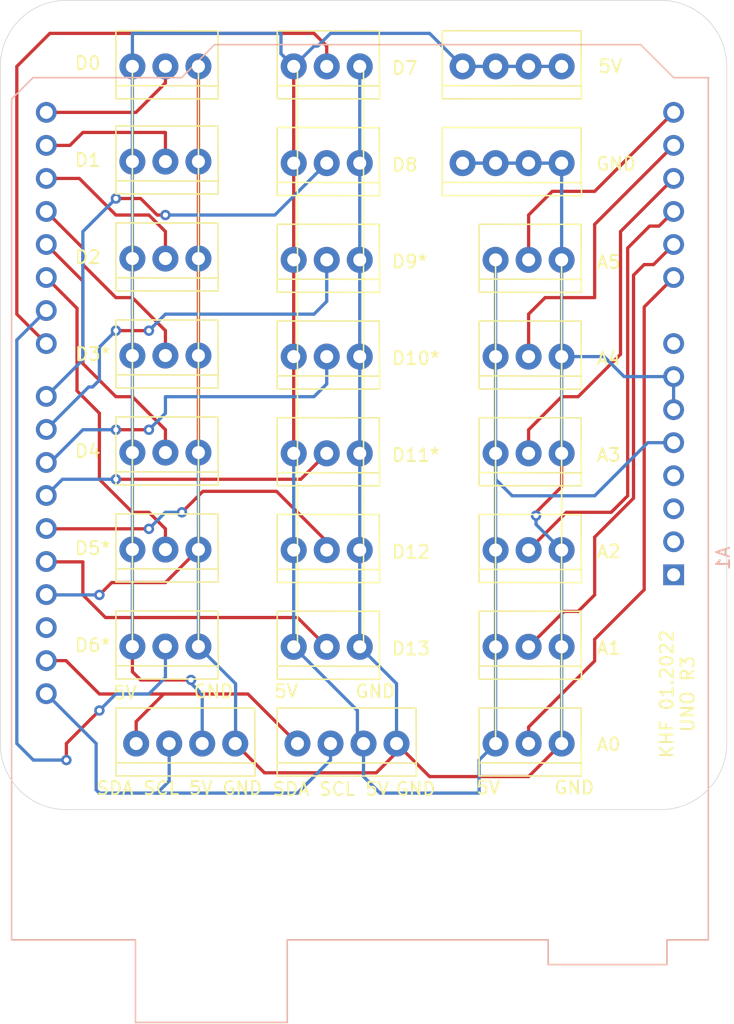
<source format=kicad_pcb>
(kicad_pcb (version 20221018) (generator pcbnew)
  (layers (0 "F.Cu" signal) (31 "B.Cu" signal) (34 "B.Paste" user) (35 "F.Paste" user) (36 "B.SilkS" user "B.Silkscreen") (37 "F.SilkS" user "F.Silkscreen") (38 "B.Mask" user) (39 "F.Mask" user) (44 "Edge.Cuts" user))
  (net 0 "")
  (net 1 "Net-(A1-Pad32)")
  (net 2 "Net-(A1-Pad31)")
  (net 3 "Net-(A1-Pad1)")
  (net 4 "Net-(A1-Pad17)")
  (net 5 "Net-(A1-Pad2)")
  (net 6 "Net-(A1-Pad18)")
  (net 7 "Net-(A1-Pad3)")
  (net 8 "Net-(A1-Pad19)")
  (net 9 "Net-(A1-Pad4)")
  (net 10 "Net-(A1-Pad20)")
  (net 11 "Net-(A1-Pad5)")
  (net 12 "Net-(A1-Pad21)")
  (net 13 "Net-(A1-Pad29)")
  (net 14 "Net-(A1-Pad22)")
  (net 15 "Net-(A1-Pad23)")
  (net 16 "Net-(A1-Pad8)")
  (net 17 "Net-(A1-Pad24)")
  (net 18 "Net-(A1-Pad9)")
  (net 19 "Net-(A1-Pad25)")
  (net 20 "Net-(A1-Pad10)")
  (net 21 "Net-(A1-Pad26)")
  (net 22 "Net-(A1-Pad11)")
  (net 23 "Net-(A1-Pad27)")
  (net 24 "Net-(A1-Pad12)")
  (net 25 "Net-(A1-Pad28)")
  (net 26 "Net-(A1-Pad13)")
  (net 27 "Net-(A1-Pad14)")
  (net 28 "Net-(A1-Pad30)")
  (net 29 "Net-(A1-Pad15)")
  (net 30 "Net-(A1-Pad16)")
  (footprint "!Goody:PL-Stecker3pol" (layer "F.Cu") (at 82.55 116.84 180)
    (fp_text reference "D0" (at 8.509 0.254) (layer "F.SilkS"))
    (fp_text value "PL-Stecker_3pol" hide)
    (pad "1" thru_hole circle (at 0 0 180) (size 2 2) (drill 1) (layers "*.Cu" "*.Mask") (net 13 "Net-(A1-Pad29)"))
    (pad "2" thru_hole circle (at 2.54 0 180) (size 2 2) (drill 1) (layers "*.Cu" "*.Mask") (net 29 "Net-(A1-Pad15)"))
    (pad "3" thru_hole circle (at 5.08 0 180) (size 2 2) (drill 1) (layers "*.Cu" "*.Mask") (net 11 "Net-(A1-Pad5)"))
  )
  (footprint "!Goody:PL-Stecker3pol" (layer "F.Cu") (at 82.55 124.157618 180)
    (fp_text reference "D1" (at 8.509 0.110368) (layer "F.SilkS"))
    (fp_text value "PL-Stecker_3pol" hide)
    (pad "1" thru_hole circle (at 0 0 180) (size 2 2) (drill 1) (layers "*.Cu" "*.Mask") (net 13 "Net-(A1-Pad29)"))
    (pad "2" thru_hole circle (at 2.54 0 180) (size 2 2) (drill 1) (layers "*.Cu" "*.Mask") (net 30 "Net-(A1-Pad16)"))
    (pad "3" thru_hole circle (at 5.08 0 180) (size 2 2) (drill 1) (layers "*.Cu" "*.Mask") (net 11 "Net-(A1-Pad5)"))
  )
  (footprint "!Goody:PL-Stecker3pol" (layer "F.Cu") (at 82.55 131.616348 180)
    (fp_text reference "D2" (at 8.509 0.107848) (layer "F.SilkS"))
    (fp_text value "PL-Stecker_3pol" hide)
    (pad "1" thru_hole circle (at 0 0 180) (size 2 2) (drill 1) (layers "*.Cu" "*.Mask") (net 13 "Net-(A1-Pad29)"))
    (pad "2" thru_hole circle (at 2.54 0 180) (size 2 2) (drill 1) (layers "*.Cu" "*.Mask") (net 4 "Net-(A1-Pad17)"))
    (pad "3" thru_hole circle (at 5.08 0 180) (size 2 2) (drill 1) (layers "*.Cu" "*.Mask") (net 11 "Net-(A1-Pad5)"))
  )
  (footprint "!Goody:PL-Stecker3pol" (layer "F.Cu") (at 82.55 139.075078 180)
    (fp_text reference "D3*" (at 8.128047 0.105328) (layer "F.SilkS"))
    (fp_text value "PL-Stecker_3pol" hide)
    (pad "1" thru_hole circle (at 0 0 180) (size 2 2) (drill 1) (layers "*.Cu" "*.Mask") (net 13 "Net-(A1-Pad29)"))
    (pad "2" thru_hole circle (at 2.54 0 180) (size 2 2) (drill 1) (layers "*.Cu" "*.Mask") (net 6 "Net-(A1-Pad18)"))
    (pad "3" thru_hole circle (at 5.08 0 180) (size 2 2) (drill 1) (layers "*.Cu" "*.Mask") (net 11 "Net-(A1-Pad5)"))
  )
  (footprint "!Goody:PL-Stecker3pol" (layer "F.Cu") (at 82.55 146.533808 180)
    (fp_text reference "D4" (at 8.509 0.102808) (layer "F.SilkS"))
    (fp_text value "PL-Stecker_3pol" hide)
    (pad "1" thru_hole circle (at 0 0 180) (size 2 2) (drill 1) (layers "*.Cu" "*.Mask") (net 13 "Net-(A1-Pad29)"))
    (pad "2" thru_hole circle (at 2.54 0 180) (size 2 2) (drill 1) (layers "*.Cu" "*.Mask") (net 8 "Net-(A1-Pad19)"))
    (pad "3" thru_hole circle (at 5.08 0 180) (size 2 2) (drill 1) (layers "*.Cu" "*.Mask") (net 11 "Net-(A1-Pad5)"))
  )
  (footprint "!Goody:PL-Stecker3pol" (layer "F.Cu") (at 82.55 153.992538 180)
    (fp_text reference "D5*" (at 8.128047 0.100288) (layer "F.SilkS"))
    (fp_text value "PL-Stecker_3pol" hide)
    (pad "1" thru_hole circle (at 0 0 180) (size 2 2) (drill 1) (layers "*.Cu" "*.Mask") (net 13 "Net-(A1-Pad29)"))
    (pad "2" thru_hole circle (at 2.54 0 180) (size 2 2) (drill 1) (layers "*.Cu" "*.Mask") (net 10 "Net-(A1-Pad20)"))
    (pad "3" thru_hole circle (at 5.08 0 180) (size 2 2) (drill 1) (layers "*.Cu" "*.Mask") (net 11 "Net-(A1-Pad5)"))
  )
  (footprint "!Goody:PL-Stecker3pol" (layer "F.Cu") (at 82.55 161.451268 180)
    (fp_text reference "D6*" (at 8.128047 0.097768) (layer "F.SilkS"))
    (fp_text value "PL-Stecker_3pol" hide)
    (pad "1" thru_hole circle (at 0 0 180) (size 2 2) (drill 1) (layers "*.Cu" "*.Mask") (net 13 "Net-(A1-Pad29)"))
    (pad "2" thru_hole circle (at 2.54 0 180) (size 2 2) (drill 1) (layers "*.Cu" "*.Mask") (net 12 "Net-(A1-Pad21)"))
    (pad "3" thru_hole circle (at 5.08 0 180) (size 2 2) (drill 1) (layers "*.Cu" "*.Mask") (net 11 "Net-(A1-Pad5)"))
  )
  (footprint "!Goody:PL-Stecker3pol" (layer "F.Cu") (at 94.96 116.84 180)
    (fp_text reference "D7" (at -3.465 -0.127) (layer "F.SilkS"))
    (fp_text value "PL-Stecker_3pol" hide)
    (pad "1" thru_hole circle (at 0 0 180) (size 2 2) (drill 1) (layers "*.Cu" "*.Mask") (net 13 "Net-(A1-Pad29)"))
    (pad "2" thru_hole circle (at 2.54 0 180) (size 2 2) (drill 1) (layers "*.Cu" "*.Mask") (net 14 "Net-(A1-Pad22)"))
    (pad "3" thru_hole circle (at 5.08 0 180) (size 2 2) (drill 1) (layers "*.Cu" "*.Mask") (net 11 "Net-(A1-Pad5)"))
  )
  (footprint "!Goody:PL-Stecker3pol" (layer "F.Cu") (at 94.96 124.278571 180)
    (fp_text reference "D8" (at -3.465 -0.128512) (layer "F.SilkS"))
    (fp_text value "PL-Stecker_3pol" hide)
    (pad "1" thru_hole circle (at 0 0 180) (size 2 2) (drill 1) (layers "*.Cu" "*.Mask") (net 13 "Net-(A1-Pad29)"))
    (pad "2" thru_hole circle (at 2.54 0 180) (size 2 2) (drill 1) (layers "*.Cu" "*.Mask") (net 15 "Net-(A1-Pad23)"))
    (pad "3" thru_hole circle (at 5.08 0 180) (size 2 2) (drill 1) (layers "*.Cu" "*.Mask") (net 11 "Net-(A1-Pad5)"))
  )
  (footprint "!Goody:PL-Stecker3pol" (layer "F.Cu") (at 94.96 131.717142 180)
    (fp_text reference "D9*" (at -3.845953 -0.130024) (layer "F.SilkS"))
    (fp_text value "PL-Stecker_3pol" hide)
    (pad "1" thru_hole circle (at 0 0 180) (size 2 2) (drill 1) (layers "*.Cu" "*.Mask") (net 13 "Net-(A1-Pad29)"))
    (pad "2" thru_hole circle (at 2.54 0 180) (size 2 2) (drill 1) (layers "*.Cu" "*.Mask") (net 17 "Net-(A1-Pad24)"))
    (pad "3" thru_hole circle (at 5.08 0 180) (size 2 2) (drill 1) (layers "*.Cu" "*.Mask") (net 11 "Net-(A1-Pad5)"))
  )
  (footprint "!Goody:PL-Stecker3pol" (layer "F.Cu") (at 94.96 139.155713 180)
    (fp_text reference "D10*" (at -4.322143 -0.131536) (layer "F.SilkS"))
    (fp_text value "PL-Stecker_3pol" hide)
    (pad "1" thru_hole circle (at 0 0 180) (size 2 2) (drill 1) (layers "*.Cu" "*.Mask") (net 13 "Net-(A1-Pad29)"))
    (pad "2" thru_hole circle (at 2.54 0 180) (size 2 2) (drill 1) (layers "*.Cu" "*.Mask") (net 19 "Net-(A1-Pad25)"))
    (pad "3" thru_hole circle (at 5.08 0 180) (size 2 2) (drill 1) (layers "*.Cu" "*.Mask") (net 11 "Net-(A1-Pad5)"))
  )
  (footprint "!Goody:PL-Stecker3pol" (layer "F.Cu") (at 94.96 146.594284 180)
    (fp_text reference "D11*" (at -4.322143 -0.133048) (layer "F.SilkS"))
    (fp_text value "PL-Stecker_3pol" hide)
    (pad "1" thru_hole circle (at 0 0 180) (size 2 2) (drill 1) (layers "*.Cu" "*.Mask") (net 13 "Net-(A1-Pad29)"))
    (pad "2" thru_hole circle (at 2.54 0 180) (size 2 2) (drill 1) (layers "*.Cu" "*.Mask") (net 21 "Net-(A1-Pad26)"))
    (pad "3" thru_hole circle (at 5.08 0 180) (size 2 2) (drill 1) (layers "*.Cu" "*.Mask") (net 11 "Net-(A1-Pad5)"))
  )
  (footprint "!Goody:PL-Stecker3pol" (layer "F.Cu") (at 94.96 154.032855 180)
    (fp_text reference "D12" (at -3.941191 -0.13456) (layer "F.SilkS"))
    (fp_text value "PL-Stecker_3pol" hide)
    (pad "1" thru_hole circle (at 0 0 180) (size 2 2) (drill 1) (layers "*.Cu" "*.Mask") (net 13 "Net-(A1-Pad29)"))
    (pad "2" thru_hole circle (at 2.54 0 180) (size 2 2) (drill 1) (layers "*.Cu" "*.Mask") (net 23 "Net-(A1-Pad27)"))
    (pad "3" thru_hole circle (at 5.08 0 180) (size 2 2) (drill 1) (layers "*.Cu" "*.Mask") (net 11 "Net-(A1-Pad5)"))
  )
  (footprint "!Goody:PL-Stecker3pol" (layer "F.Cu") (at 94.96 161.471426 180)
    (fp_text reference "D13" (at -3.941191 -0.136074) (layer "F.SilkS"))
    (fp_text value "PL-Stecker_3pol" hide)
    (pad "1" thru_hole circle (at 0 0 180) (size 2 2) (drill 1) (layers "*.Cu" "*.Mask") (net 13 "Net-(A1-Pad29)"))
    (pad "2" thru_hole circle (at 2.54 0 180) (size 2 2) (drill 1) (layers "*.Cu" "*.Mask") (net 25 "Net-(A1-Pad28)"))
    (pad "3" thru_hole circle (at 5.08 0 180) (size 2 2) (drill 1) (layers "*.Cu" "*.Mask") (net 11 "Net-(A1-Pad5)"))
  )
  (footprint "!Goody:PL-Stecker4pol" (layer "F.Cu") (at 110.49 124.278571 180)
    (fp_text reference "GND" (at -4.191 -0.054429) (layer "F.SilkS"))
    (fp_text value "PL-Stecker_4pol_Data" hide)
    (pad "1" thru_hole circle (at 0 0 180) (size 2 2) (drill 1) (layers "*.Cu" "*.Mask") (net 13 "Net-(A1-Pad29)"))
    (pad "2" thru_hole circle (at 2.54 0 180) (size 2 2) (drill 1) (layers "*.Cu" "*.Mask") (net 13 "Net-(A1-Pad29)"))
    (pad "3" thru_hole circle (at 5.08 0 180) (size 2 2) (drill 1) (layers "*.Cu" "*.Mask") (net 13 "Net-(A1-Pad29)"))
    (pad "4" thru_hole circle (at 7.62 0 180) (size 2 2) (drill 1) (layers "*.Cu" "*.Mask") (net 13 "Net-(A1-Pad29)"))
  )
  (footprint "!Goody:PL-Stecker4pol" (layer "F.Cu") (at 110.49 116.84 180)
    (fp_text reference "5V" (at -3.7465 0) (layer "F.SilkS"))
    (fp_text value "PL-Stecker_4pol_Data" hide)
    (pad "1" thru_hole circle (at 0 0 180) (size 2 2) (drill 1) (layers "*.Cu" "*.Mask") (net 11 "Net-(A1-Pad5)"))
    (pad "2" thru_hole circle (at 2.54 0 180) (size 2 2) (drill 1) (layers "*.Cu" "*.Mask") (net 11 "Net-(A1-Pad5)"))
    (pad "3" thru_hole circle (at 5.08 0 180) (size 2 2) (drill 1) (layers "*.Cu" "*.Mask") (net 11 "Net-(A1-Pad5)"))
    (pad "4" thru_hole circle (at 7.62 0 180) (size 2 2) (drill 1) (layers "*.Cu" "*.Mask") (net 11 "Net-(A1-Pad5)"))
  )
  (footprint "!Goody:PL-Stecker4pol" (layer "F.Cu") (at 85.38 168.91 180)
    (fp_text reference "SDA SCL 5V GND" (at 4.2905 -3.429) (layer "F.SilkS"))
    (fp_text value "PL-Stecker_4pol_Data" hide)
    (pad "1" thru_hole circle (at 0 0 180) (size 2 2) (drill 1) (layers "*.Cu" "*.Mask") (net 13 "Net-(A1-Pad29)"))
    (pad "2" thru_hole circle (at 2.54 0 180) (size 2 2) (drill 1) (layers "*.Cu" "*.Mask") (net 11 "Net-(A1-Pad5)"))
    (pad "3" thru_hole circle (at 5.08 0 180) (size 2 2) (drill 1) (layers "*.Cu" "*.Mask") (net 1 "Net-(A1-Pad32)"))
    (pad "4" thru_hole circle (at 7.62 0 180) (size 2 2) (drill 1) (layers "*.Cu" "*.Mask") (net 2 "Net-(A1-Pad31)"))
  )
  (footprint "!Goody:PL-Stecker3pol" (layer "F.Cu") (at 110.49 168.91 180)
    (fp_text reference "A0" (at -3.6195 -0.0635) (layer "F.SilkS"))
    (fp_text value "PL-Stecker_3pol" hide)
    (pad "1" thru_hole circle (at 0 0 180) (size 2 2) (drill 1) (layers "*.Cu" "*.Mask") (net 13 "Net-(A1-Pad29)"))
    (pad "2" thru_hole circle (at 2.54 0 180) (size 2 2) (drill 1) (layers "*.Cu" "*.Mask") (net 18 "Net-(A1-Pad9)"))
    (pad "3" thru_hole circle (at 5.08 0 180) (size 2 2) (drill 1) (layers "*.Cu" "*.Mask") (net 11 "Net-(A1-Pad5)"))
  )
  (footprint "!Goody:PL-Stecker3pol" (layer "F.Cu") (at 110.49 161.471426 180)
    (fp_text reference "A1" (at -3.6195 -0.085274) (layer "F.SilkS"))
    (fp_text value "PL-Stecker_3pol" hide)
    (pad "1" thru_hole circle (at 0 0 180) (size 2 2) (drill 1) (layers "*.Cu" "*.Mask") (net 13 "Net-(A1-Pad29)"))
    (pad "2" thru_hole circle (at 2.54 0 180) (size 2 2) (drill 1) (layers "*.Cu" "*.Mask") (net 20 "Net-(A1-Pad10)"))
    (pad "3" thru_hole circle (at 5.08 0 180) (size 2 2) (drill 1) (layers "*.Cu" "*.Mask") (net 11 "Net-(A1-Pad5)"))
  )
  (footprint "!Goody:PL-Stecker3pol" (layer "F.Cu") (at 110.49 154.032855 180)
    (fp_text reference "A2" (at -3.6195 -0.107045) (layer "F.SilkS"))
    (fp_text value "PL-Stecker_3pol" hide)
    (pad "1" thru_hole circle (at 0 0 180) (size 2 2) (drill 1) (layers "*.Cu" "*.Mask") (net 13 "Net-(A1-Pad29)"))
    (pad "2" thru_hole circle (at 2.54 0 180) (size 2 2) (drill 1) (layers "*.Cu" "*.Mask") (net 22 "Net-(A1-Pad11)"))
    (pad "3" thru_hole circle (at 5.08 0 180) (size 2 2) (drill 1) (layers "*.Cu" "*.Mask") (net 11 "Net-(A1-Pad5)"))
  )
  (footprint "!Goody:PL-Stecker3pol" (layer "F.Cu") (at 110.49 146.594284 180)
    (fp_text reference "A3" (at -3.6195 -0.128816) (layer "F.SilkS"))
    (fp_text value "PL-Stecker_3pol" hide)
    (pad "1" thru_hole circle (at 0 0 180) (size 2 2) (drill 1) (layers "*.Cu" "*.Mask") (net 13 "Net-(A1-Pad29)"))
    (pad "2" thru_hole circle (at 2.54 0 180) (size 2 2) (drill 1) (layers "*.Cu" "*.Mask") (net 24 "Net-(A1-Pad12)"))
    (pad "3" thru_hole circle (at 5.08 0 180) (size 2 2) (drill 1) (layers "*.Cu" "*.Mask") (net 11 "Net-(A1-Pad5)"))
  )
  (footprint "!Goody:PL-Stecker3pol" (layer "F.Cu") (at 110.49 139.155713 180)
    (fp_text reference "A4" (at -3.6195 -0.150587) (layer "F.SilkS"))
    (fp_text value "PL-Stecker_3pol" hide)
    (pad "1" thru_hole circle (at 0 0 180) (size 2 2) (drill 1) (layers "*.Cu" "*.Mask") (net 13 "Net-(A1-Pad29)"))
    (pad "2" thru_hole circle (at 2.54 0 180) (size 2 2) (drill 1) (layers "*.Cu" "*.Mask") (net 26 "Net-(A1-Pad13)"))
    (pad "3" thru_hole circle (at 5.08 0 180) (size 2 2) (drill 1) (layers "*.Cu" "*.Mask") (net 11 "Net-(A1-Pad5)"))
  )
  (footprint "!Goody:PL-Stecker3pol" (layer "F.Cu") (at 110.49 131.717142 180)
    (fp_text reference "A5" (at -3.6195 -0.172358) (layer "F.SilkS"))
    (fp_text value "PL-Stecker_3pol" hide)
    (pad "1" thru_hole circle (at 0 0 180) (size 2 2) (drill 1) (layers "*.Cu" "*.Mask") (net 13 "Net-(A1-Pad29)"))
    (pad "2" thru_hole circle (at 2.54 0 180) (size 2 2) (drill 1) (layers "*.Cu" "*.Mask") (net 27 "Net-(A1-Pad14)"))
    (pad "3" thru_hole circle (at 5.08 0 180) (size 2 2) (drill 1) (layers "*.Cu" "*.Mask") (net 11 "Net-(A1-Pad5)"))
  )
  (footprint "!Goody:PL-Stecker4pol" (layer "F.Cu") (at 97.79 168.91 180)
    (fp_text reference "SDA SCL" (at 6.35 -3.5) (layer "F.SilkS"))
    (fp_text value "PL-Stecker_4pol_Data" hide)
    (pad "1" thru_hole circle (at 0 0 180) (size 2 2) (drill 1) (layers "*.Cu" "*.Mask") (net 13 "Net-(A1-Pad29)"))
    (pad "2" thru_hole circle (at 2.54 0 180) (size 2 2) (drill 1) (layers "*.Cu" "*.Mask") (net 11 "Net-(A1-Pad5)"))
    (pad "3" thru_hole circle (at 5.08 0 180) (size 2 2) (drill 1) (layers "*.Cu" "*.Mask") (net 1 "Net-(A1-Pad32)"))
    (pad "4" thru_hole circle (at 7.62 0 180) (size 2 2) (drill 1) (layers "*.Cu" "*.Mask") (net 2 "Net-(A1-Pad31)"))
  )
  (footprint "Module:Arduino_UNO_R3" (layer "B.Cu") (at 119.104999 155.934999 90)
    (fp_text reference "A1" (at 1.27 3.81 90) (layer "B.SilkS") (effects (justify mirror)))
    (fp_text value "Arduino_UNO_R3")
    (pad "1" thru_hole rect (at 0 0) (size 1.6 1.6) (drill 1) (layers "*.Cu" "*.Mask") (net 3 "Net-(A1-Pad1)"))
    (pad "2" thru_hole oval (at 2.54 0) (size 1.6 1.6) (drill 1) (layers "*.Cu" "*.Mask") (net 5 "Net-(A1-Pad2)"))
    (pad "3" thru_hole oval (at 5.08 0) (size 1.6 1.6) (drill 1) (layers "*.Cu" "*.Mask") (net 7 "Net-(A1-Pad3)"))
    (pad "4" thru_hole oval (at 7.62 0) (size 1.6 1.6) (drill 1) (layers "*.Cu" "*.Mask") (net 9 "Net-(A1-Pad4)"))
    (pad "5" thru_hole oval (at 10.16 0) (size 1.6 1.6) (drill 1) (layers "*.Cu" "*.Mask") (net 11 "Net-(A1-Pad5)"))
    (pad "6" thru_hole oval (at 12.7 0) (size 1.6 1.6) (drill 1) (layers "*.Cu" "*.Mask") (net 13 "Net-(A1-Pad29)"))
    (pad "7" thru_hole oval (at 15.24 0) (size 1.6 1.6) (drill 1) (layers "*.Cu" "*.Mask") (net 13 "Net-(A1-Pad29)"))
    (pad "8" thru_hole oval (at 17.78 0) (size 1.6 1.6) (drill 1) (layers "*.Cu" "*.Mask") (net 16 "Net-(A1-Pad8)"))
    (pad "9" thru_hole oval (at 22.86 0) (size 1.6 1.6) (drill 1) (layers "*.Cu" "*.Mask") (net 18 "Net-(A1-Pad9)"))
    (pad "10" thru_hole oval (at 25.4 0) (size 1.6 1.6) (drill 1) (layers "*.Cu" "*.Mask") (net 20 "Net-(A1-Pad10)"))
    (pad "11" thru_hole oval (at 27.94 0) (size 1.6 1.6) (drill 1) (layers "*.Cu" "*.Mask") (net 22 "Net-(A1-Pad11)"))
    (pad "12" thru_hole oval (at 30.48 0) (size 1.6 1.6) (drill 1) (layers "*.Cu" "*.Mask") (net 24 "Net-(A1-Pad12)"))
    (pad "13" thru_hole oval (at 33.02 0) (size 1.6 1.6) (drill 1) (layers "*.Cu" "*.Mask") (net 26 "Net-(A1-Pad13)"))
    (pad "14" thru_hole oval (at 35.56 0) (size 1.6 1.6) (drill 1) (layers "*.Cu" "*.Mask") (net 27 "Net-(A1-Pad14)"))
    (pad "15" thru_hole oval (at 35.56 -48.26) (size 1.6 1.6) (drill 1) (layers "*.Cu" "*.Mask") (net 29 "Net-(A1-Pad15)"))
    (pad "16" thru_hole oval (at 33.02 -48.26) (size 1.6 1.6) (drill 1) (layers "*.Cu" "*.Mask") (net 30 "Net-(A1-Pad16)"))
    (pad "17" thru_hole oval (at 30.48 -48.26) (size 1.6 1.6) (drill 1) (layers "*.Cu" "*.Mask") (net 4 "Net-(A1-Pad17)"))
    (pad "18" thru_hole oval (at 27.94 -48.26) (size 1.6 1.6) (drill 1) (layers "*.Cu" "*.Mask") (net 6 "Net-(A1-Pad18)"))
    (pad "19" thru_hole oval (at 25.4 -48.26) (size 1.6 1.6) (drill 1) (layers "*.Cu" "*.Mask") (net 8 "Net-(A1-Pad19)"))
    (pad "20" thru_hole oval (at 22.86 -48.26) (size 1.6 1.6) (drill 1) (layers "*.Cu" "*.Mask") (net 10 "Net-(A1-Pad20)"))
    (pad "21" thru_hole oval (at 20.32 -48.26) (size 1.6 1.6) (drill 1) (layers "*.Cu" "*.Mask") (net 12 "Net-(A1-Pad21)"))
    (pad "22" thru_hole oval (at 17.78 -48.26) (size 1.6 1.6) (drill 1) (layers "*.Cu" "*.Mask") (net 14 "Net-(A1-Pad22)"))
    (pad "23" thru_hole oval (at 13.72 -48.26) (size 1.6 1.6) (drill 1) (layers "*.Cu" "*.Mask") (net 15 "Net-(A1-Pad23)"))
    (pad "24" thru_hole oval (at 11.18 -48.26) (size 1.6 1.6) (drill 1) (layers "*.Cu" "*.Mask") (net 17 "Net-(A1-Pad24)"))
    (pad "25" thru_hole oval (at 8.64 -48.26) (size 1.6 1.6) (drill 1) (layers "*.Cu" "*.Mask") (net 19 "Net-(A1-Pad25)"))
    (pad "26" thru_hole oval (at 6.1 -48.26) (size 1.6 1.6) (drill 1) (layers "*.Cu" "*.Mask") (net 21 "Net-(A1-Pad26)"))
    (pad "27" thru_hole oval (at 3.56 -48.26) (size 1.6 1.6) (drill 1) (layers "*.Cu" "*.Mask") (net 23 "Net-(A1-Pad27)"))
    (pad "28" thru_hole oval (at 1.02 -48.26) (size 1.6 1.6) (drill 1) (layers "*.Cu" "*.Mask") (net 25 "Net-(A1-Pad28)"))
    (pad "29" thru_hole oval (at -1.52 -48.26) (size 1.6 1.6) (drill 1) (layers "*.Cu" "*.Mask") (net 13 "Net-(A1-Pad29)"))
    (pad "30" thru_hole oval (at -4.06 -48.26) (size 1.6 1.6) (drill 1) (layers "*.Cu" "*.Mask") (net 28 "Net-(A1-Pad30)"))
    (pad "31" thru_hole oval (at -6.6 -48.26) (size 1.6 1.6) (drill 1) (layers "*.Cu" "*.Mask") (net 2 "Net-(A1-Pad31)"))
    (pad "32" thru_hole oval (at -9.14 -48.26) (size 1.6 1.6) (drill 1) (layers "*.Cu" "*.Mask") (net 1 "Net-(A1-Pad32)"))
  )
  (gr_line (start 90.17 161.29) (end 90.17 116.84) (stroke (width 0.12)) (layer "F.SilkS"))
  (gr_line (start 110.49 168.91) (end 110.49 132.08) (stroke (width 0.12)) (layer "F.SilkS"))
  (gr_line (start 95.25 161.29) (end 95.25 116.84) (stroke (width 0.12)) (layer "F.SilkS"))
  (gr_line (start 77.47 116.84) (end 77.47 161.29) (stroke (width 0.12)) (layer "F.SilkS"))
  (gr_line (start 105.41 168.91) (end 105.41 132.08) (stroke (width 0.12)) (layer "F.SilkS"))
  (gr_line (start 82.55 161.29) (end 82.55 116.84) (stroke (width 0.12)) (layer "F.SilkS"))
  (gr_line (start 67.31 168.91) (end 67.31 116.84) (stroke (width 0.05)) (layer "Edge.Cuts"))
  (gr_arc (start 72.39 173.99) (mid 68.797898 172.502102) (end 67.31 168.91) (stroke (width 0.05)) (layer "Edge.Cuts"))
  (gr_arc (start 123.19 168.91) (mid 121.702102 172.502102) (end 118.11 173.99) (stroke (width 0.05)) (layer "Edge.Cuts"))
  (gr_line (start 123.19 116.84) (end 123.19 168.91) (stroke (width 0.05)) (layer "Edge.Cuts"))
  (gr_line (start 72.39 111.76) (end 118.11 111.76) (stroke (width 0.05)) (layer "Edge.Cuts"))
  (gr_line (start 118.11 173.99) (end 72.39 173.99) (stroke (width 0.05)) (layer "Edge.Cuts"))
  (gr_arc (start 67.31 116.84) (mid 68.797898 113.247898) (end 72.39 111.76) (stroke (width 0.05)) (layer "Edge.Cuts"))
  (gr_arc (start 118.11 111.76) (mid 121.702102 113.247898) (end 123.19 116.84) (stroke (width 0.05)) (layer "Edge.Cuts"))
  (gr_text "5V" (at 96.3 172.4) (layer "F.SilkS") (effects (font (size 1 1))))
  (gr_text "GND" (at 99.26 172.4) (layer "F.SilkS") (effects (font (size 1 1))))
  (gr_text "5V" (at 104.84 172.3) (layer "F.SilkS") (effects (font (size 1 1))))
  (gr_text "GND" (at 96.16 164.9) (layer "F.SilkS") (effects (font (size 1 1))))
  (gr_text "5V" (at 89.3 164.9) (layer "F.SilkS") (effects (font (size 1 1))))
  (gr_text "KHF 01.2022\nUNO R3" (at 119.38 165.1 90) (layer "F.SilkS") (effects (font (size 1 1))))
  (gr_text "GND" (at 111.46 172.3) (layer "F.SilkS") (effects (font (size 1 1))))
  (gr_text "GND" (at 83.7 164.9) (layer "F.SilkS") (effects (font (size 1 1))))
  (gr_text "5V" (at 76.9 165) (layer "F.SilkS") (effects (font (size 1 1))))
  (segment (start 74.68 168.91) (end 74.68 172.47) (width 0.25) (layer "B.Cu") (net 1))
  (segment (start 80.3 168.91) (end 80.3 171.795) (width 0.25) (layer "B.Cu") (net 1))
  (segment (start 90.17 172.72) (end 92.71 170.18) (width 0.25) (layer "B.Cu") (net 1))
  (segment (start 70.844999 165.074999) (end 74.68 168.91) (width 0.25) (layer "B.Cu") (net 1))
  (segment (start 74.68 172.47) (end 74.93 172.72) (width 0.25) (layer "B.Cu") (net 1))
  (segment (start 74.93 172.72) (end 79.375 172.72) (width 0.25) (layer "B.Cu") (net 1))
  (segment (start 79.375 172.72) (end 90.17 172.72) (width 0.25) (layer "B.Cu") (net 1))
  (segment (start 92.71 170.18) (end 92.71 168.91) (width 0.25) (layer "B.Cu") (net 1))
  (segment (start 80.3 171.795) (end 79.375 172.72) (width 0.25) (layer "B.Cu") (net 1))
  (segment (start 79.883 165.1) (end 86.36 165.1) (width 0.25) (layer "F.Cu") (net 2))
  (segment (start 86.36 165.1) (end 90.17 168.91) (width 0.25) (layer "F.Cu") (net 2))
  (segment (start 77.76 167.223) (end 79.883 165.1) (width 0.25) (layer "F.Cu") (net 2))
  (segment (start 70.844999 162.534999) (end 72.364999 162.534999) (width 0.25) (layer "F.Cu") (net 2))
  (segment (start 77.76 168.91) (end 77.76 167.223) (width 0.25) (layer "F.Cu") (net 2))
  (segment (start 74.93 165.1) (end 79.883 165.1) (width 0.25) (layer "F.Cu") (net 2))
  (segment (start 72.364999 162.534999) (end 74.93 165.1) (width 0.25) (layer "F.Cu") (net 2))
  (segment (start 70.844999 125.454999) (end 73.384999 125.454999) (width 0.25) (layer "F.Cu") (net 4))
  (segment (start 78.74 128.27) (end 80.01 129.54) (width 0.25) (layer "F.Cu") (net 4))
  (segment (start 76.2 128.27) (end 78.74 128.27) (width 0.25) (layer "F.Cu") (net 4))
  (segment (start 73.384999 125.454999) (end 76.2 128.27) (width 0.25) (layer "F.Cu") (net 4))
  (segment (start 80.01 129.54) (end 80.01 131.616348) (width 0.25) (layer "F.Cu") (net 4))
  (segment (start 80.01 139.075078) (end 80.01 137.16) (width 0.25) (layer "F.Cu") (net 6))
  (segment (start 76.2 134.62) (end 73.66 132.08) (width 0.25) (layer "F.Cu") (net 6))
  (segment (start 80.01 137.16) (end 77.47 134.62) (width 0.25) (layer "F.Cu") (net 6))
  (segment (start 73.66 132.08) (end 73.66 130.81) (width 0.25) (layer "F.Cu") (net 6))
  (segment (start 77.47 134.62) (end 76.2 134.62) (width 0.25) (layer "F.Cu") (net 6))
  (segment (start 73.66 130.81) (end 70.844999 127.994999) (width 0.25) (layer "F.Cu") (net 6))
  (segment (start 76.2 142.24) (end 73.66 139.7) (width 0.25) (layer "F.Cu") (net 8))
  (segment (start 73.66 133.35) (end 70.844999 130.534999) (width 0.25) (layer "F.Cu") (net 8))
  (segment (start 80.01 146.533808) (end 80.01 144.78) (width 0.25) (layer "F.Cu") (net 8))
  (segment (start 73.66 139.7) (end 73.66 133.35) (width 0.25) (layer "F.Cu") (net 8))
  (segment (start 80.01 144.78) (end 77.47 142.24) (width 0.25) (layer "F.Cu") (net 8))
  (segment (start 77.47 142.24) (end 76.2 142.24) (width 0.25) (layer "F.Cu") (net 8))
  (segment (start 73.20999 135.43999) (end 73.20999 141.78999) (width 0.25) (layer "F.Cu") (net 10))
  (segment (start 74.93 148.59) (end 77.47 151.13) (width 0.25) (layer "F.Cu") (net 10))
  (segment (start 77.47 151.13) (end 78.74 151.13) (width 0.25) (layer "F.Cu") (net 10))
  (segment (start 78.74 151.13) (end 80.01 152.4) (width 0.25) (layer "F.Cu") (net 10))
  (segment (start 80.01 152.4) (end 80.01 153.992538) (width 0.25) (layer "F.Cu") (net 10))
  (segment (start 74.93 143.51) (end 74.93 148.59) (width 0.25) (layer "F.Cu") (net 10))
  (segment (start 73.20999 141.78999) (end 74.93 143.51) (width 0.25) (layer "F.Cu") (net 10))
  (segment (start 70.844999 133.074999) (end 73.20999 135.43999) (width 0.25) (layer "F.Cu") (net 10))
  (segment (start 89.88 139.155713) (end 89.88 146.594284) (width 0.25) (layer "F.Cu") (net 11))
  (segment (start 78.105 164.0205) (end 77.47 163.3855) (width 0.25) (layer "F.Cu") (net 11))
  (segment (start 89.88 116.84) (end 89.88 124.278571) (width 0.25) (layer "F.Cu") (net 11))
  (segment (start 89.88 131.717142) (end 89.88 139.155713) (width 0.25) (layer "F.Cu") (net 11))
  (segment (start 89.88 124.278571) (end 89.88 131.717142) (width 0.25) (layer "F.Cu") (net 11))
  (segment (start 77.47 163.3855) (end 77.47 161.451268) (width 0.25) (layer "F.Cu") (net 11))
  (segment (start 81.9785 164.0205) (end 78.105 164.0205) (width 0.25) (layer "F.Cu") (net 11))
  (via (at 81.9785 164.0205) (size 0.8) (drill 0.4) (layers "F.Cu" "B.Cu") (net 11))
  (segment (start 82.84 165.136) (end 81.9785 164.2745) (width 0.25) (layer "B.Cu") (net 11))
  (segment (start 96.52 172.72) (end 104.14 172.72) (width 0.25) (layer "B.Cu") (net 11))
  (segment (start 117.115001 145.774999) (end 119.104999 145.774999) (width 0.25) (layer "B.Cu") (net 11))
  (segment (start 81.9785 164.2745) (end 81.9785 164.0205) (width 0.25) (layer "B.Cu") (net 11))
  (segment (start 105.41 146.594284) (end 105.41 139.155713) (width 0.25) (layer "B.Cu") (net 11))
  (segment (start 105.41 148.59) (end 106.68 149.86) (width 0.25) (layer "B.Cu") (net 11))
  (segment (start 77.47 114.3) (end 88.9 114.3) (width 0.25) (layer "B.Cu") (net 11))
  (segment (start 105.41 139.155713) (end 105.41 131.717142) (width 0.25) (layer "B.Cu") (net 11))
  (segment (start 104.14 172.72) (end 104.14 170.18) (width 0.25) (layer "B.Cu") (net 11))
  (segment (start 105.41 161.471426) (end 105.41 154.032855) (width 0.25) (layer "B.Cu") (net 11))
  (segment (start 105.41 146.594284) (end 105.41 148.59) (width 0.25) (layer "B.Cu") (net 11))
  (segment (start 95.25 171.45) (end 96.52 172.72) (width 0.25) (layer "B.Cu") (net 11))
  (segment (start 88.9 115.86) (end 89.88 116.84) (width 0.25) (layer "B.Cu") (net 11))
  (segment (start 89.88 154.032855) (end 89.88 161.471426) (width 0.25) (layer "B.Cu") (net 11))
  (segment (start 105.41 154.032855) (end 105.41 146.594284) (width 0.25) (layer "B.Cu") (net 11))
  (segment (start 94.778574 166.37) (end 94.778574 168.111426) (width 0.25) (layer "B.Cu") (net 11))
  (segment (start 95.25 168.91) (end 95.25 171.45) (width 0.25) (layer "B.Cu") (net 11))
  (segment (start 89.88 161.471426) (end 94.778574 166.37) (width 0.25) (layer "B.Cu") (net 11))
  (segment (start 91.44 115.28) (end 91.73 115.28) (width 0.25) (layer "B.Cu") (net 11))
  (segment (start 91.73 115.28) (end 92.71 114.3) (width 0.25) (layer "B.Cu") (net 11))
  (segment (start 106.68 149.86) (end 113.03 149.86) (width 0.25) (layer "B.Cu") (net 11))
  (segment (start 82.84 168.91) (end 82.84 165.136) (width 0.25) (layer "B.Cu") (net 11))
  (segment (start 88.9 114.3) (end 88.9 115.86) (width 0.25) (layer "B.Cu") (net 11))
  (segment (start 105.41 116.84) (end 107.95 116.84) (width 0.25) (layer "B.Cu") (net 11))
  (segment (start 77.47 116.84) (end 77.47 124.157618) (width 0.25) (layer "B.Cu") (net 11))
  (segment (start 77.47 116.84) (end 77.47 114.3) (width 0.25) (layer "B.Cu") (net 11))
  (segment (start 77.47 153.992538) (end 77.47 161.451268) (width 0.25) (layer "B.Cu") (net 11))
  (segment (start 89.88 116.84) (end 91.44 115.28) (width 0.25) (layer "B.Cu") (net 11))
  (segment (start 89.88 146.594284) (end 89.88 154.032855) (width 0.25) (layer "B.Cu") (net 11))
  (segment (start 77.47 146.533808) (end 77.47 153.992538) (width 0.25) (layer "B.Cu") (net 11))
  (segment (start 77.47 139.075078) (end 77.47 146.533808) (width 0.25) (layer "B.Cu") (net 11))
  (segment (start 95.25 168.582852) (end 95.25 168.91) (width 0.25) (layer "B.Cu") (net 11))
  (segment (start 77.47 131.616348) (end 77.47 139.075078) (width 0.25) (layer "B.Cu") (net 11))
  (segment (start 102.87 116.84) (end 105.41 116.84) (width 0.25) (layer "B.Cu") (net 11))
  (segment (start 107.95 116.84) (end 110.49 116.84) (width 0.25) (layer "B.Cu") (net 11))
  (segment (start 113.03 149.86) (end 117.115001 145.774999) (width 0.25) (layer "B.Cu") (net 11))
  (segment (start 100.33 114.3) (end 102.87 116.84) (width 0.25) (layer "B.Cu") (net 11))
  (segment (start 77.47 124.157618) (end 77.47 131.616348) (width 0.25) (layer "B.Cu") (net 11))
  (segment (start 105.41 168.91) (end 105.41 161.471426) (width 0.25) (layer "B.Cu") (net 11))
  (segment (start 92.71 114.3) (end 100.33 114.3) (width 0.25) (layer "B.Cu") (net 11))
  (segment (start 104.14 170.18) (end 105.41 168.91) (width 0.25) (layer "B.Cu") (net 11))
  (segment (start 94.778574 168.111426) (end 95.25 168.582852) (width 0.25) (layer "B.Cu") (net 11))
  (segment (start 72.39 170.18) (end 72.39 168.91) (width 0.25) (layer "F.Cu") (net 12))
  (segment (start 72.39 168.91) (end 74.93 166.37) (width 0.25) (layer "F.Cu") (net 12))
  (via (at 74.93 166.37) (size 0.8) (drill 0.4) (layers "F.Cu" "B.Cu") (net 12))
  (via (at 72.39 170.18) (size 0.8) (drill 0.4) (layers "F.Cu" "B.Cu") (net 12))
  (segment (start 70.844999 135.614999) (end 69.299998 137.16) (width 0.25) (layer "B.Cu") (net 12))
  (segment (start 80.01 163.83) (end 80.01 161.451268) (width 0.25) (layer "B.Cu") (net 12))
  (segment (start 68.58 168.91) (end 69.85 170.18) (width 0.25) (layer "B.Cu") (net 12))
  (segment (start 76.2 165.1) (end 78.74 165.1) (width 0.25) (layer "B.Cu") (net 12))
  (segment (start 78.74 165.1) (end 80.01 163.83) (width 0.25) (layer "B.Cu") (net 12))
  (segment (start 69.85 170.18) (end 72.39 170.18) (width 0.25) (layer "B.Cu") (net 12))
  (segment (start 74.93 166.37) (end 76.2 165.1) (width 0.25) (layer "B.Cu") (net 12))
  (segment (start 68.58 137.879998) (end 68.58 168.91) (width 0.25) (layer "B.Cu") (net 12))
  (segment (start 69.299998 137.16) (end 68.58 137.879998) (width 0.25) (layer "B.Cu") (net 12))
  (segment (start 110.49 149.1615) (end 108.5215 151.13) (width 0.25) (layer "F.Cu") (net 13))
  (segment (start 108.5215 151.13) (end 108.5215 151.384) (width 0.25) (layer "F.Cu") (net 13))
  (segment (start 82.55 146.533808) (end 82.55 139.075078) (width 0.25) (layer "F.Cu") (net 13))
  (segment (start 87.63 171.16) (end 96.23 171.16) (width 0.25) (layer "F.Cu") (net 13))
  (segment (start 82.55 131.616348) (end 82.55 124.157618) (width 0.25) (layer "F.Cu") (net 13))
  (segment (start 80.01 156.532538) (end 75.877462 156.532538) (width 0.25) (layer "F.Cu") (net 13))
  (segment (start 96.23 171.16) (end 97.79 169.6) (width 0.25) (layer "F.Cu") (net 13))
  (segment (start 82.55 124.157618) (end 82.55 116.84) (width 0.25) (layer "F.Cu") (net 13))
  (segment (start 82.55 153.992538) (end 80.01 156.532538) (width 0.25) (layer "F.Cu") (net 13))
  (segment (start 75.877462 156.532538) (end 74.93 157.48) (width 0.25) (layer "F.Cu") (net 13))
  (segment (start 85.38 168.91) (end 87.63 171.16) (width 0.25) (layer "F.Cu") (net 13))
  (segment (start 107.95 171.45) (end 110.49 168.91) (width 0.25) (layer "F.Cu") (net 13))
  (segment (start 110.49 146.594284) (end 110.49 149.1615) (width 0.25) (layer "F.Cu") (net 13))
  (segment (start 100.33 171.45) (end 107.95 171.45) (width 0.25) (layer "F.Cu") (net 13))
  (segment (start 97.79 168.91) (end 100.33 171.45) (width 0.25) (layer "F.Cu") (net 13))
  (segment (start 82.55 139.075078) (end 82.55 131.616348) (width 0.25) (layer "F.Cu") (net 13))
  (segment (start 97.79 169.6) (end 97.79 168.91) (width 0.25) (layer "F.Cu") (net 13))
  (via (at 108.5215 151.384) (size 0.8) (drill 0.4) (layers "F.Cu" "B.Cu") (net 13))
  (via (at 74.93 157.48) (size 0.8) (drill 0.4) (layers "F.Cu" "B.Cu") (net 13))
  (segment (start 70.87 157.48) (end 70.844999 157.454999) (width 0.25) (layer "B.Cu") (net 13))
  (segment (start 94.96 161.471426) (end 97.79 164.301426) (width 0.25) (layer "B.Cu") (net 13))
  (segment (start 94.96 146.594284) (end 94.96 154.032855) (width 0.25) (layer "B.Cu") (net 13))
  (segment (start 107.95 124.278571) (end 110.49 124.278571) (width 0.25) (layer "B.Cu") (net 13))
  (segment (start 85.4075 168.8825) (end 85.38 168.91) (width 0.25) (layer "B.Cu") (net 13))
  (segment (start 110.49 161.471426) (end 110.49 154.032855) (width 0.25) (layer "B.Cu") (net 13))
  (segment (start 85.4075 164.308768) (end 85.4075 168.8825) (width 0.25) (layer "B.Cu") (net 13))
  (segment (start 94.96 131.717142) (end 94.96 139.155713) (width 0.25) (layer "B.Cu") (net 13))
  (segment (start 94.96 146.594284) (end 94.96 139.155713) (width 0.25) (layer "B.Cu") (net 13))
  (segment (start 102.87 124.278571) (end 105.41 124.278571) (width 0.25) (layer "B.Cu") (net 13))
  (segment (start 115.294999 140.694999) (end 113.755713 139.155713) (width 0.25) (layer "B.Cu") (net 13))
  (segment (start 110.49 139.155713) (end 110.49 131.717142) (width 0.25) (layer "B.Cu") (net 13))
  (segment (start 119.104999 140.694999) (end 115.294999 140.694999) (width 0.25) (layer "B.Cu") (net 13))
  (segment (start 82.55 161.451268) (end 85.4075 164.308768) (width 0.25) (layer "B.Cu") (net 13))
  (segment (start 94.96 154.032855) (end 94.96 161.471426) (width 0.25) (layer "B.Cu") (net 13))
  (segment (start 119.104999 143.234999) (end 119.104999 140.694999) (width 0.25) (layer "B.Cu") (net 13))
  (segment (start 105.41 124.278571) (end 107.95 124.278571) (width 0.25) (layer "B.Cu") (net 13))
  (segment (start 82.55 146.533808) (end 82.55 153.992538) (width 0.25) (layer "B.Cu") (net 13))
  (segment (start 94.96 124.278571) (end 94.96 131.717142) (width 0.25) (layer "B.Cu") (net 13))
  (segment (start 108.5215 152.064355) (end 110.49 154.032855) (width 0.25) (layer "B.Cu") (net 13))
  (segment (start 74.93 157.48) (end 70.87 157.48) (width 0.25) (layer "B.Cu") (net 13))
  (segment (start 113.755713 139.155713) (end 110.49 139.155713) (width 0.25) (layer "B.Cu") (net 13))
  (segment (start 108.5215 151.384) (end 108.5215 152.064355) (width 0.25) (layer "B.Cu") (net 13))
  (segment (start 94.96 116.84) (end 94.96 124.278571) (width 0.25) (layer "B.Cu") (net 13))
  (segment (start 82.55 153.992538) (end 82.55 161.451268) (width 0.25) (layer "B.Cu") (net 13))
  (segment (start 110.49 168.91) (end 110.49 161.471426) (width 0.25) (layer "B.Cu") (net 13))
  (segment (start 97.79 164.301426) (end 97.79 168.91) (width 0.25) (layer "B.Cu") (net 13))
  (segment (start 110.49 124.278571) (end 110.49 131.717142) (width 0.25) (layer "B.Cu") (net 13))
  (segment (start 110.49 146.594284) (end 110.49 139.155713) (width 0.25) (layer "B.Cu") (net 13))
  (segment (start 68.58 116.84) (end 68.58 135.89) (width 0.25) (layer "F.Cu") (net 14))
  (segment (start 92.42 115.28) (end 91.44 114.3) (width 0.25) (layer "F.Cu") (net 14))
  (segment (start 68.58 135.89) (end 70.844999 138.154999) (width 0.25) (layer "F.Cu") (net 14))
  (segment (start 91.44 114.3) (end 71.12 114.3) (width 0.25) (layer "F.Cu") (net 14))
  (segment (start 71.12 114.3) (end 68.58 116.84) (width 0.25) (layer "F.Cu") (net 14))
  (segment (start 92.42 116.84) (end 92.42 115.28) (width 0.25) (layer "F.Cu") (net 14))
  (segment (start 80.01 128.27) (end 79.37641 128.27) (width 0.25) (layer "F.Cu") (net 15))
  (segment (start 79.37641 128.27) (end 78.10641 127) (width 0.25) (layer "F.Cu") (net 15))
  (segment (start 78.10641 127) (end 76.2 127) (width 0.25) (layer "F.Cu") (net 15))
  (via (at 76.2 127) (size 0.8) (drill 0.4) (layers "F.Cu" "B.Cu") (net 15))
  (via (at 80.01 128.27) (size 0.8) (drill 0.4) (layers "F.Cu" "B.Cu") (net 15))
  (segment (start 88.428571 128.27) (end 80.01 128.27) (width 0.25) (layer "B.Cu") (net 15))
  (segment (start 92.42 124.278571) (end 88.428571 128.27) (width 0.25) (layer "B.Cu") (net 15))
  (segment (start 73.66 129.54) (end 73.66 139.399998) (width 0.25) (layer "B.Cu") (net 15))
  (segment (start 76.2 127) (end 73.66 129.54) (width 0.25) (layer "B.Cu") (net 15))
  (segment (start 73.66 139.399998) (end 70.844999 142.214999) (width 0.25) (layer "B.Cu") (net 15))
  (segment (start 76.2 137.16) (end 78.74 137.16) (width 0.25) (layer "F.Cu") (net 17))
  (via (at 78.74 137.16) (size 0.8) (drill 0.4) (layers "F.Cu" "B.Cu") (net 17))
  (via (at 76.2 137.16) (size 0.8) (drill 0.4) (layers "F.Cu" "B.Cu") (net 17))
  (segment (start 80.01 135.89) (end 78.74 137.16) (width 0.25) (layer "B.Cu") (net 17))
  (segment (start 74.110009 141.489989) (end 74.410011 141.489989) (width 0.25) (layer "B.Cu") (net 17))
  (segment (start 92.42 131.717142) (end 92.42 134.91) (width 0.25) (layer "B.Cu") (net 17))
  (segment (start 91.44 135.89) (end 80.01 135.89) (width 0.25) (layer "B.Cu") (net 17))
  (segment (start 74.93 138.43) (end 76.2 137.16) (width 0.25) (layer "B.Cu") (net 17))
  (segment (start 74.410011 141.489989) (end 74.93 140.97) (width 0.25) (layer "B.Cu") (net 17))
  (segment (start 74.93 140.97) (end 74.93 138.43) (width 0.25) (layer "B.Cu") (net 17))
  (segment (start 70.844999 144.754999) (end 73.359998 142.24) (width 0.25) (layer "B.Cu") (net 17))
  (segment (start 73.359998 142.24) (end 74.110009 141.489989) (width 0.25) (layer "B.Cu") (net 17))
  (segment (start 92.42 134.91) (end 91.44 135.89) (width 0.25) (layer "B.Cu") (net 17))
  (segment (start 113.03 162.56) (end 107.95 167.64) (width 0.25) (layer "F.Cu") (net 18))
  (segment (start 119.104999 133.074999) (end 116.84 135.339998) (width 0.25) (layer "F.Cu") (net 18))
  (segment (start 116.84 135.339998) (end 116.84 157.082428) (width 0.25) (layer "F.Cu") (net 18))
  (segment (start 107.95 167.64) (end 107.95 168.91) (width 0.25) (layer "F.Cu") (net 18))
  (segment (start 116.84 157.082428) (end 113.03 160.892428) (width 0.25) (layer "F.Cu") (net 18))
  (segment (start 113.03 160.892428) (end 113.03 162.56) (width 0.25) (layer "F.Cu") (net 18))
  (segment (start 78.74 144.78) (end 76.2 144.78) (width 0.25) (layer "F.Cu") (net 19))
  (via (at 76.2 144.78) (size 0.8) (drill 0.4) (layers "F.Cu" "B.Cu") (net 19))
  (via (at 78.74 144.78) (size 0.8) (drill 0.4) (layers "F.Cu" "B.Cu") (net 19))
  (segment (start 80.01 143.51) (end 78.74 144.78) (width 0.25) (layer "B.Cu") (net 19))
  (segment (start 92.42 139.155713) (end 92.42 141.26) (width 0.25) (layer "B.Cu") (net 19))
  (segment (start 73.66 144.78) (end 71.145001 147.294999) (width 0.25) (layer "B.Cu") (net 19))
  (segment (start 91.44 142.24) (end 80.01 142.24) (width 0.25) (layer "B.Cu") (net 19))
  (segment (start 92.42 141.26) (end 91.44 142.24) (width 0.25) (layer "B.Cu") (net 19))
  (segment (start 76.2 144.78) (end 73.66 144.78) (width 0.25) (layer "B.Cu") (net 19))
  (segment (start 71.145001 147.294999) (end 70.844999 147.294999) (width 0.25) (layer "B.Cu") (net 19))
  (segment (start 80.01 142.24) (end 80.01 143.51) (width 0.25) (layer "B.Cu") (net 19))
  (segment (start 116.84 132.08) (end 116.02001 132.89999) (width 0.25) (layer "F.Cu") (net 20))
  (segment (start 119.104999 130.534999) (end 117.559998 132.08) (width 0.25) (layer "F.Cu") (net 20))
  (segment (start 116.02001 132.89999) (end 116.020009 150.046401) (width 0.25) (layer "F.Cu") (net 20))
  (segment (start 113.03 153.03641) (end 113.03 157.48) (width 0.25) (layer "F.Cu") (net 20))
  (segment (start 117.559998 132.08) (end 116.84 132.08) (width 0.25) (layer "F.Cu") (net 20))
  (segment (start 110.671426 158.75) (end 107.95 161.471426) (width 0.25) (layer "F.Cu") (net 20))
  (segment (start 113.03 157.48) (end 111.76 158.75) (width 0.25) (layer "F.Cu") (net 20))
  (segment (start 116.020009 150.046401) (end 113.03 153.03641) (width 0.25) (layer "F.Cu") (net 20))
  (segment (start 111.76 158.75) (end 110.671426 158.75) (width 0.25) (layer "F.Cu") (net 20))
  (segment (start 90.424284 148.59) (end 76.2 148.59) (width 0.25) (layer "F.Cu") (net 21))
  (segment (start 92.42 146.594284) (end 90.424284 148.59) (width 0.25) (layer "F.Cu") (net 21))
  (via (at 76.2 148.59) (size 0.8) (drill 0.4) (layers "F.Cu" "B.Cu") (net 21))
  (segment (start 76.2 148.59) (end 72.089998 148.59) (width 0.25) (layer "B.Cu") (net 21))
  (segment (start 72.089998 148.59) (end 70.844999 149.834999) (width 0.25) (layer "B.Cu") (net 21))
  (segment (start 114.3 151.13) (end 110.852855 151.13) (width 0.25) (layer "F.Cu") (net 22))
  (segment (start 119.104999 127.994999) (end 117.979998 129.12) (width 0.25) (layer "F.Cu") (net 22))
  (segment (start 117.26 129.12) (end 115.57 130.81) (width 0.25) (layer "F.Cu") (net 22))
  (segment (start 117.979998 129.12) (end 117.26 129.12) (width 0.25) (layer "F.Cu") (net 22))
  (segment (start 115.57 149.86) (end 114.3 151.13) (width 0.25) (layer "F.Cu") (net 22))
  (segment (start 115.57 130.81) (end 115.57 149.86) (width 0.25) (layer "F.Cu") (net 22))
  (segment (start 110.852855 151.13) (end 107.95 154.032855) (width 0.25) (layer "F.Cu") (net 22))
  (segment (start 88.554999 149.514999) (end 82.895001 149.514999) (width 0.25) (layer "F.Cu") (net 23))
  (segment (start 92.42 153.38) (end 90.17 151.13) (width 0.25) (layer "F.Cu") (net 23))
  (segment (start 78.74 152.4) (end 70.87 152.4) (width 0.25) (layer "F.Cu") (net 23))
  (segment (start 90.17 151.13) (end 88.554999 149.514999) (width 0.25) (layer "F.Cu") (net 23))
  (segment (start 92.42 154.032855) (end 92.42 153.38) (width 0.25) (layer "F.Cu") (net 23))
  (segment (start 70.87 152.4) (end 70.844999 152.374999) (width 0.25) (layer "F.Cu") (net 23))
  (segment (start 82.895001 149.514999) (end 81.28 151.13) (width 0.25) (layer "F.Cu") (net 23))
  (via (at 78.74 152.4) (size 0.8) (drill 0.4) (layers "F.Cu" "B.Cu") (net 23))
  (via (at 81.28 151.13) (size 0.8) (drill 0.4) (layers "F.Cu" "B.Cu") (net 23))
  (segment (start 80.01 151.13) (end 78.74 152.4) (width 0.25) (layer "B.Cu") (net 23))
  (segment (start 81.28 151.13) (end 80.01 151.13) (width 0.25) (layer "B.Cu") (net 23))
  (segment (start 115.019998 129.54) (end 115.019998 138.980002) (width 0.25) (layer "F.Cu") (net 24))
  (segment (start 119.104999 125.454999) (end 115.019998 129.54) (width 0.25) (layer "F.Cu") (net 24))
  (segment (start 110.49 142.24) (end 107.95 144.78) (width 0.25) (layer "F.Cu") (net 24))
  (segment (start 115.019998 138.980002) (end 111.76 142.24) (width 0.25) (layer "F.Cu") (net 24))
  (segment (start 107.95 144.78) (end 107.95 146.594284) (width 0.25) (layer "F.Cu") (net 24))
  (segment (start 111.76 142.24) (end 110.49 142.24) (width 0.25) (layer "F.Cu") (net 24))
  (segment (start 73.66 154.94) (end 70.87 154.94) (width 0.25) (layer "F.Cu") (net 25))
  (segment (start 92.42 161.471426) (end 90.17 159.221426) (width 0.25) (layer "F.Cu") (net 25))
  (segment (start 73.66 157.48) (end 73.66 154.94) (width 0.25) (layer "F.Cu") (net 25))
  (segment (start 70.87 154.94) (end 70.844999 154.914999) (width 0.25) (layer "F.Cu") (net 25))
  (segment (start 75.401426 159.221426) (end 73.66 157.48) (width 0.25) (layer "F.Cu") (net 25))
  (segment (start 90.17 159.221426) (end 75.401426 159.221426) (width 0.25) (layer "F.Cu") (net 25))
  (segment (start 113.03 128.989998) (end 113.03 134.62) (width 0.25) (layer "F.Cu") (net 26))
  (segment (start 109.22 134.62) (end 107.95 135.89) (width 0.25) (layer "F.Cu") (net 26))
  (segment (start 107.95 135.89) (end 107.95 139.155713) (width 0.25) (layer "F.Cu") (net 26))
  (segment (start 113.03 134.62) (end 109.22 134.62) (width 0.25) (layer "F.Cu") (net 26))
  (segment (start 119.104999 122.914999) (end 113.03 128.989998) (width 0.25) (layer "F.Cu") (net 26))
  (segment (start 109.770002 126.449998) (end 107.95 128.27) (width 0.25) (layer "F.Cu") (net 27))
  (segment (start 119.104999 120.374999) (end 113.03 126.449998) (width 0.25) (layer "F.Cu") (net 27))
  (segment (start 113.03 126.449998) (end 109.770002 126.449998) (width 0.25) (layer "F.Cu") (net 27))
  (segment (start 107.95 128.27) (end 107.95 131.717142) (width 0.25) (layer "F.Cu") (net 27))
  (segment (start 70.844999 120.374999) (end 77.745001 120.374999) (width 0.25) (layer "F.Cu") (net 29))
  (segment (start 77.745001 120.374999) (end 80.01 118.11) (width 0.25) (layer "F.Cu") (net 29))
  (segment (start 80.01 118.11) (end 80.01 116.84) (width 0.25) (layer "F.Cu") (net 29))
  (segment (start 80.01 121.92) (end 80.01 124.157618) (width 0.25) (layer "F.Cu") (net 30))
  (segment (start 72.665001 122.914999) (end 73.66 121.92) (width 0.25) (layer "F.Cu") (net 30))
  (segment (start 70.844999 122.914999) (end 72.665001 122.914999) (width 0.25) (layer "F.Cu") (net 30))
  (segment (start 73.66 121.92) (end 80.01 121.92) (width 0.25) (layer "F.Cu") (net 30))
)
</source>
